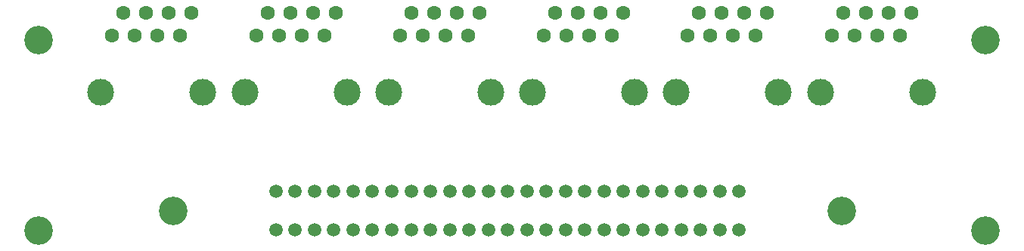
<source format=gbs>
G04 #@! TF.GenerationSoftware,KiCad,Pcbnew,8.0.1*
G04 #@! TF.CreationDate,2024-07-20T21:14:05+01:00*
G04 #@! TF.ProjectId,MICRO_TRUNK_6_MAIN,4d494352-4f5f-4545-9255-4e4b5f365f4d,rev?*
G04 #@! TF.SameCoordinates,Original*
G04 #@! TF.FileFunction,Soldermask,Bot*
G04 #@! TF.FilePolarity,Negative*
%FSLAX46Y46*%
G04 Gerber Fmt 4.6, Leading zero omitted, Abs format (unit mm)*
G04 Created by KiCad (PCBNEW 8.0.1) date 2024-07-20 21:14:05*
%MOMM*%
%LPD*%
G01*
G04 APERTURE LIST*
%ADD10C,3.000000*%
%ADD11C,1.600000*%
%ADD12C,3.200000*%
%ADD13C,1.500000*%
G04 APERTURE END LIST*
D10*
X130821120Y-89578955D03*
X142251120Y-89578955D03*
D11*
X132091116Y-83228957D03*
X133361113Y-80688964D03*
X134631117Y-83228957D03*
X135901114Y-80688964D03*
X137171118Y-83228957D03*
X138441115Y-80688964D03*
X139711119Y-83228957D03*
X140981120Y-80688964D03*
D12*
X91648957Y-105072218D03*
X106711119Y-102824962D03*
X181561119Y-102824962D03*
D13*
X118216119Y-100679962D03*
X120376119Y-100679962D03*
X122536119Y-100679962D03*
X124696119Y-100679962D03*
X126856119Y-100679962D03*
X129016119Y-100679962D03*
X131176119Y-100679962D03*
X133336119Y-100679962D03*
X135496119Y-100679962D03*
X137656119Y-100679962D03*
X139816119Y-100679962D03*
X141976119Y-100679962D03*
X144136119Y-100679962D03*
X146296119Y-100679962D03*
X148456119Y-100679962D03*
X150616119Y-100679962D03*
X152776119Y-100679962D03*
X154936119Y-100679962D03*
X157096119Y-100679962D03*
X159256119Y-100679962D03*
X161416119Y-100679962D03*
X163576119Y-100679962D03*
X165736119Y-100679962D03*
X167896119Y-100679962D03*
X170056119Y-100679962D03*
X118216119Y-104969962D03*
X120376119Y-104969962D03*
X122536119Y-104969962D03*
X124696119Y-104969962D03*
X126856119Y-104969962D03*
X129016119Y-104969962D03*
X131176119Y-104969962D03*
X133336119Y-104969962D03*
X135496119Y-104969962D03*
X137656119Y-104969962D03*
X139816119Y-104969962D03*
X141976119Y-104969962D03*
X144136119Y-104969962D03*
X146296119Y-104969962D03*
X148456119Y-104969962D03*
X150616119Y-104969962D03*
X152776119Y-104969962D03*
X154936119Y-104969962D03*
X157096119Y-104969962D03*
X159256119Y-104969962D03*
X161416119Y-104969962D03*
X163576119Y-104969962D03*
X165736119Y-104969962D03*
X167896119Y-104969962D03*
X170056119Y-104969962D03*
D10*
X179151123Y-89578955D03*
X190581123Y-89578955D03*
D11*
X180421119Y-83228957D03*
X181691116Y-80688964D03*
X182961120Y-83228957D03*
X184231117Y-80688964D03*
X185501121Y-83228957D03*
X186771118Y-80688964D03*
X188041122Y-83228957D03*
X189311123Y-80688964D03*
D12*
X197618957Y-83726177D03*
D10*
X163041120Y-89578955D03*
X174471120Y-89578955D03*
D11*
X164311116Y-83228957D03*
X165581113Y-80688964D03*
X166851117Y-83228957D03*
X168121114Y-80688964D03*
X169391118Y-83228957D03*
X170661115Y-80688964D03*
X171931119Y-83228957D03*
X173201120Y-80688964D03*
D10*
X114711120Y-89578955D03*
X126141120Y-89578955D03*
D11*
X115981116Y-83228957D03*
X117251113Y-80688964D03*
X118521117Y-83228957D03*
X119791114Y-80688964D03*
X121061118Y-83228957D03*
X122331115Y-80688964D03*
X123601119Y-83228957D03*
X124871120Y-80688964D03*
D12*
X197618957Y-105072218D03*
X91648957Y-83726177D03*
D10*
X146931120Y-89578955D03*
X158361120Y-89578955D03*
D11*
X148201116Y-83228957D03*
X149471113Y-80688964D03*
X150741117Y-83228957D03*
X152011114Y-80688964D03*
X153281118Y-83228957D03*
X154551115Y-80688964D03*
X155821119Y-83228957D03*
X157091120Y-80688964D03*
D10*
X98601120Y-89578955D03*
X110031120Y-89578955D03*
D11*
X99871116Y-83228957D03*
X101141113Y-80688964D03*
X102411117Y-83228957D03*
X103681114Y-80688964D03*
X104951118Y-83228957D03*
X106221115Y-80688964D03*
X107491119Y-83228957D03*
X108761120Y-80688964D03*
M02*

</source>
